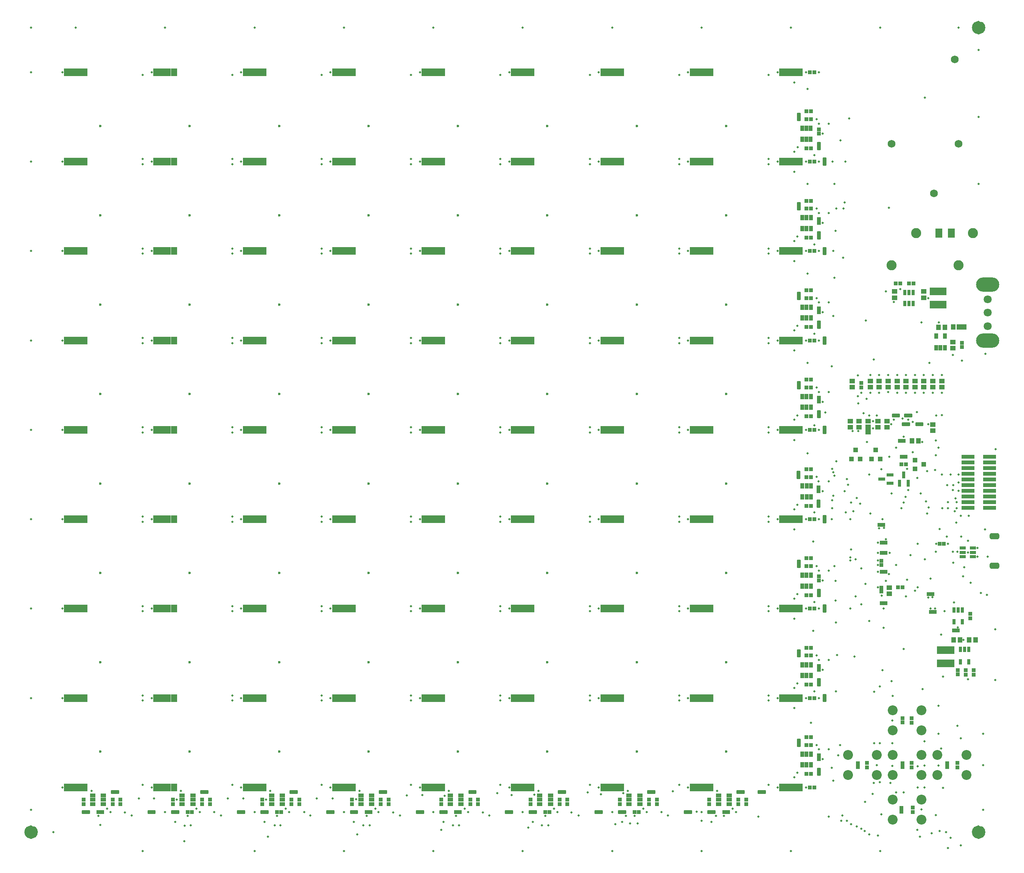
<source format=gbs>
G04 Layer_Color=8150272*
%FSLAX25Y25*%
%MOIN*%
G70*
G01*
G75*
%ADD75C,0.05906*%
%ADD87C,0.08674*%
G04:AMPARAMS|DCode=88|XSize=86.74mil|YSize=55.24mil|CornerRadius=18.17mil|HoleSize=0mil|Usage=FLASHONLY|Rotation=180.000|XOffset=0mil|YOffset=0mil|HoleType=Round|Shape=RoundedRectangle|*
%AMROUNDEDRECTD88*
21,1,0.08674,0.01890,0,0,180.0*
21,1,0.05039,0.05524,0,0,180.0*
1,1,0.03635,-0.02520,0.00945*
1,1,0.03635,0.02520,0.00945*
1,1,0.03635,0.02520,-0.00945*
1,1,0.03635,-0.02520,-0.00945*
%
%ADD88ROUNDEDRECTD88*%
%ADD89O,0.20485X0.12611*%
%ADD90C,0.07099*%
%ADD91C,0.06800*%
%ADD92C,0.08871*%
%ADD93R,0.10000X0.07000*%
%ADD94R,0.02362X0.03543*%
%ADD95R,0.03543X0.02362*%
%ADD96R,0.05131X0.03359*%
%ADD97R,0.05524X0.07099*%
%ADD98R,0.03477X0.03320*%
%ADD99R,0.03359X0.03359*%
G04:AMPARAMS|DCode=100|XSize=31.62mil|YSize=35.56mil|CornerRadius=5.77mil|HoleSize=0mil|Usage=FLASHONLY|Rotation=0.000|XOffset=0mil|YOffset=0mil|HoleType=Round|Shape=RoundedRectangle|*
%AMROUNDEDRECTD100*
21,1,0.03162,0.02402,0,0,0.0*
21,1,0.02008,0.03556,0,0,0.0*
1,1,0.01154,0.01004,-0.01201*
1,1,0.01154,-0.01004,-0.01201*
1,1,0.01154,-0.01004,0.01201*
1,1,0.01154,0.01004,0.01201*
%
%ADD100ROUNDEDRECTD100*%
%ADD101R,0.03320X0.03477*%
G04:AMPARAMS|DCode=102|XSize=31.62mil|YSize=35.56mil|CornerRadius=5.77mil|HoleSize=0mil|Usage=FLASHONLY|Rotation=90.000|XOffset=0mil|YOffset=0mil|HoleType=Round|Shape=RoundedRectangle|*
%AMROUNDEDRECTD102*
21,1,0.03162,0.02402,0,0,90.0*
21,1,0.02008,0.03556,0,0,90.0*
1,1,0.01154,0.01201,0.01004*
1,1,0.01154,0.01201,-0.01004*
1,1,0.01154,-0.01201,-0.01004*
1,1,0.01154,-0.01201,0.01004*
%
%ADD102ROUNDEDRECTD102*%
%ADD103R,0.03359X0.03359*%
%ADD104R,0.03359X0.05131*%
%ADD105R,0.11800X0.03700*%
%ADD106R,0.03950X0.04343*%
%ADD107R,0.03162X0.05918*%
%ADD108R,0.04343X0.03950*%
%ADD109R,0.05918X0.03162*%
%ADD110R,0.04540X0.03950*%
%ADD111R,0.04737X0.03950*%
%ADD112R,0.05131X0.08674*%
%ADD113R,0.03950X0.04540*%
%ADD114R,0.05524X0.03162*%
%ADD115R,0.03162X0.05131*%
%ADD116R,0.03162X0.04737*%
%ADD117R,0.15367X0.06706*%
%ADD118R,0.05918X0.07887*%
%ADD119R,0.14973X0.06706*%
%ADD120R,0.03398X0.04737*%
%ADD121R,0.08674X0.05131*%
%ADD122R,0.03950X0.04737*%
%ADD123C,0.01969*%
%ADD124C,0.02362*%
D75*
X102953Y100000D02*
G03*
X102953Y100000I-2953J0D01*
G01*
X937598D02*
G03*
X937598Y100000I-2953J0D01*
G01*
Y808661D02*
G03*
X937598Y808661I-2953J0D01*
G01*
D87*
X884449Y189567D02*
D03*
X858858D02*
D03*
Y207283D02*
D03*
X884449D02*
D03*
X845079Y150197D02*
D03*
X819488D02*
D03*
Y167913D02*
D03*
X845079D02*
D03*
X884449Y150197D02*
D03*
X858858D02*
D03*
Y167913D02*
D03*
X884449D02*
D03*
X923819Y150197D02*
D03*
X898228D02*
D03*
Y167913D02*
D03*
X923819D02*
D03*
X858858Y128543D02*
D03*
X884449D02*
D03*
Y110827D02*
D03*
X858858D02*
D03*
D88*
X948622Y360728D02*
D03*
Y334744D02*
D03*
D89*
X942520Y582185D02*
D03*
Y532972D02*
D03*
D90*
Y569390D02*
D03*
Y557579D02*
D03*
Y545768D02*
D03*
D91*
X895276Y662657D02*
D03*
X913780Y780650D02*
D03*
X916909Y706299D02*
D03*
X857894D02*
D03*
D92*
X929528Y627559D02*
D03*
X879528D02*
D03*
X916909Y599291D02*
D03*
X857894D02*
D03*
D93*
X296850Y611811D02*
D03*
X218110D02*
D03*
X139370D02*
D03*
X296850Y690551D02*
D03*
X218110D02*
D03*
X139370D02*
D03*
X690551Y218110D02*
D03*
X611811D02*
D03*
X533071D02*
D03*
X454331D02*
D03*
X375590D02*
D03*
X296850D02*
D03*
X218110D02*
D03*
X139370D02*
D03*
X690551Y296850D02*
D03*
X611811D02*
D03*
X533071D02*
D03*
X454331D02*
D03*
X375590D02*
D03*
X296850D02*
D03*
X218110D02*
D03*
X139370D02*
D03*
X690551Y375590D02*
D03*
X611811D02*
D03*
X533071D02*
D03*
X454331D02*
D03*
X375590D02*
D03*
X296850D02*
D03*
X218110D02*
D03*
X139370D02*
D03*
X690551Y454331D02*
D03*
X611811D02*
D03*
X533071D02*
D03*
X454331D02*
D03*
X375590D02*
D03*
X296850D02*
D03*
X218110D02*
D03*
X139370D02*
D03*
X690551Y533071D02*
D03*
X611811D02*
D03*
X533071D02*
D03*
X454331D02*
D03*
X375590D02*
D03*
X296850D02*
D03*
X218110D02*
D03*
X139370D02*
D03*
X690551Y611811D02*
D03*
X611811D02*
D03*
X533071D02*
D03*
X454331D02*
D03*
X375590D02*
D03*
X690551Y690551D02*
D03*
X611811D02*
D03*
X533071D02*
D03*
X454331D02*
D03*
X375590D02*
D03*
X690551Y139370D02*
D03*
X611811D02*
D03*
X533071D02*
D03*
X454331D02*
D03*
X375590D02*
D03*
X296850D02*
D03*
X218110D02*
D03*
X139370D02*
D03*
X769291D02*
D03*
Y690551D02*
D03*
Y611811D02*
D03*
Y533071D02*
D03*
Y454331D02*
D03*
Y375590D02*
D03*
Y296850D02*
D03*
Y218110D02*
D03*
Y769291D02*
D03*
X690551D02*
D03*
X611811D02*
D03*
X533071D02*
D03*
X454331D02*
D03*
X375590D02*
D03*
X296850D02*
D03*
X218110D02*
D03*
X139370D02*
D03*
D94*
X363386Y117717D02*
D03*
X442323D02*
D03*
X520866D02*
D03*
X678346D02*
D03*
X743898Y135433D02*
D03*
X173622Y135433D02*
D03*
X331102Y135433D02*
D03*
X148425Y117717D02*
D03*
X227165Y117717D02*
D03*
X646063Y135433D02*
D03*
X620866Y117717D02*
D03*
X463386Y117717D02*
D03*
X567323Y135433D02*
D03*
X205906Y117717D02*
D03*
X252362Y135433D02*
D03*
X284646Y117717D02*
D03*
X305906Y117717D02*
D03*
X409843Y135433D02*
D03*
X384646Y117717D02*
D03*
X488583Y135433D02*
D03*
X542126Y117717D02*
D03*
X599803Y117717D02*
D03*
X699606Y117717D02*
D03*
X724803Y135433D02*
D03*
X862008Y467126D02*
D03*
X870472Y459252D02*
D03*
X882283D02*
D03*
X872835Y467126D02*
D03*
D95*
X798819Y375394D02*
D03*
Y296654D02*
D03*
X793898Y153346D02*
D03*
Y232087D02*
D03*
X793898Y310827D02*
D03*
X793701Y389370D02*
D03*
X775984Y414567D02*
D03*
X776181Y336024D02*
D03*
X776181Y257283D02*
D03*
X798819Y217913D02*
D03*
X776181Y178543D02*
D03*
X798819Y690354D02*
D03*
Y611614D02*
D03*
Y532874D02*
D03*
X798819Y454134D02*
D03*
X776181Y650984D02*
D03*
X776181Y729724D02*
D03*
X793898Y625787D02*
D03*
X793898Y704528D02*
D03*
X793898Y547047D02*
D03*
X776181Y572244D02*
D03*
X793898Y468307D02*
D03*
X776181Y493504D02*
D03*
D96*
X557480Y124803D02*
D03*
Y128543D02*
D03*
Y132283D02*
D03*
X548032D02*
D03*
Y128543D02*
D03*
Y124803D02*
D03*
X469291Y124803D02*
D03*
Y128543D02*
D03*
Y132283D02*
D03*
X478740D02*
D03*
Y128543D02*
D03*
Y124803D02*
D03*
X390551D02*
D03*
Y128543D02*
D03*
Y132283D02*
D03*
X400000D02*
D03*
Y128543D02*
D03*
Y124803D02*
D03*
X154331D02*
D03*
Y128543D02*
D03*
Y132283D02*
D03*
X163779D02*
D03*
Y128543D02*
D03*
Y124803D02*
D03*
X233071Y124803D02*
D03*
Y128543D02*
D03*
Y132283D02*
D03*
X242520D02*
D03*
Y128543D02*
D03*
Y124803D02*
D03*
X311811Y124803D02*
D03*
Y128543D02*
D03*
Y132283D02*
D03*
X321260D02*
D03*
Y128543D02*
D03*
Y124803D02*
D03*
X626772Y124803D02*
D03*
Y128543D02*
D03*
Y132283D02*
D03*
X636221D02*
D03*
Y128543D02*
D03*
Y124803D02*
D03*
X705512Y124803D02*
D03*
Y128543D02*
D03*
Y132283D02*
D03*
X714961D02*
D03*
Y128543D02*
D03*
Y124803D02*
D03*
D97*
X289173Y611811D02*
D03*
X304528D02*
D03*
X210433D02*
D03*
X225787D02*
D03*
X131693D02*
D03*
X147047D02*
D03*
X289173Y690551D02*
D03*
X304528D02*
D03*
X210433D02*
D03*
X225787D02*
D03*
X131693D02*
D03*
X147047D02*
D03*
X682874Y218110D02*
D03*
X698228D02*
D03*
X604134D02*
D03*
X619488D02*
D03*
X525394D02*
D03*
X540748D02*
D03*
X446654D02*
D03*
X462008D02*
D03*
X367913D02*
D03*
X383268D02*
D03*
X289173D02*
D03*
X304528D02*
D03*
X210433D02*
D03*
X225787D02*
D03*
X131693D02*
D03*
X147047D02*
D03*
X682874Y296850D02*
D03*
X698228D02*
D03*
X604134D02*
D03*
X619488D02*
D03*
X525394D02*
D03*
X540748D02*
D03*
X446654D02*
D03*
X462008D02*
D03*
X367913D02*
D03*
X383268D02*
D03*
X289173D02*
D03*
X304528D02*
D03*
X210433D02*
D03*
X225787D02*
D03*
X131693D02*
D03*
X147047D02*
D03*
X682874Y375590D02*
D03*
X698228D02*
D03*
X604134D02*
D03*
X619488D02*
D03*
X525394D02*
D03*
X540748D02*
D03*
X446654D02*
D03*
X462008D02*
D03*
X367913D02*
D03*
X383268D02*
D03*
X289173D02*
D03*
X304528D02*
D03*
X210433D02*
D03*
X225787D02*
D03*
X131693D02*
D03*
X147047D02*
D03*
X682874Y454331D02*
D03*
X698228D02*
D03*
X604134D02*
D03*
X619488D02*
D03*
X525394D02*
D03*
X540748D02*
D03*
X446654D02*
D03*
X462008D02*
D03*
X367913D02*
D03*
X383268D02*
D03*
X289173D02*
D03*
X304528D02*
D03*
X210433D02*
D03*
X225787D02*
D03*
X131693D02*
D03*
X147047D02*
D03*
X682874Y533071D02*
D03*
X698228D02*
D03*
X604134D02*
D03*
X619488D02*
D03*
X525394D02*
D03*
X540748D02*
D03*
X446654D02*
D03*
X462008D02*
D03*
X367913D02*
D03*
X383268D02*
D03*
X289173D02*
D03*
X304528D02*
D03*
X210433D02*
D03*
X225787D02*
D03*
X131693D02*
D03*
X147047D02*
D03*
X682874Y611811D02*
D03*
X698228D02*
D03*
X604134D02*
D03*
X619488D02*
D03*
X525394D02*
D03*
X540748D02*
D03*
X446654D02*
D03*
X462008D02*
D03*
X367913D02*
D03*
X383268D02*
D03*
X682874Y690551D02*
D03*
X698228D02*
D03*
X604134D02*
D03*
X619488D02*
D03*
X525394D02*
D03*
X540748D02*
D03*
X446654D02*
D03*
X462008D02*
D03*
X367913D02*
D03*
X383268D02*
D03*
X682874Y139370D02*
D03*
X698228D02*
D03*
X604134D02*
D03*
X619488D02*
D03*
X525394D02*
D03*
X540748D02*
D03*
X446654D02*
D03*
X462008D02*
D03*
X367913D02*
D03*
X383268D02*
D03*
X289173D02*
D03*
X304528D02*
D03*
X210433D02*
D03*
X225787D02*
D03*
X131693D02*
D03*
X147047D02*
D03*
X761614D02*
D03*
X776968D02*
D03*
X761614Y690551D02*
D03*
X776968D02*
D03*
X761614Y611811D02*
D03*
X776968D02*
D03*
X761614Y533071D02*
D03*
X776968D02*
D03*
X761614Y454331D02*
D03*
X776968D02*
D03*
X761614Y375590D02*
D03*
X776968D02*
D03*
X761614Y296850D02*
D03*
X776968D02*
D03*
X761614Y218110D02*
D03*
X776968D02*
D03*
X761614Y769291D02*
D03*
X776968D02*
D03*
X682874D02*
D03*
X698228D02*
D03*
X604134D02*
D03*
X619488D02*
D03*
X525394D02*
D03*
X540748D02*
D03*
X446654D02*
D03*
X462008D02*
D03*
X367913D02*
D03*
X383268D02*
D03*
X289173D02*
D03*
X304528D02*
D03*
X210433D02*
D03*
X225787D02*
D03*
X131693D02*
D03*
X147047D02*
D03*
D98*
X241496Y117717D02*
D03*
X238032D02*
D03*
X320236Y117717D02*
D03*
X316772D02*
D03*
X398976D02*
D03*
X395512D02*
D03*
X635197D02*
D03*
X631732D02*
D03*
X713937D02*
D03*
X710472D02*
D03*
X552992Y117717D02*
D03*
X556457D02*
D03*
X162756Y117717D02*
D03*
X159291D02*
D03*
X477716D02*
D03*
X474252D02*
D03*
X868661Y444488D02*
D03*
X865197D02*
D03*
X847283Y370669D02*
D03*
X850748D02*
D03*
X900433Y353937D02*
D03*
X903898D02*
D03*
X896024Y293898D02*
D03*
X892559D02*
D03*
X852717Y301772D02*
D03*
X849252D02*
D03*
X849252Y346063D02*
D03*
X852717D02*
D03*
X912865Y277585D02*
D03*
X916330D02*
D03*
X890590Y309646D02*
D03*
X894055D02*
D03*
X866969Y430709D02*
D03*
X870433D02*
D03*
X849252Y329331D02*
D03*
X852717D02*
D03*
X852717Y354921D02*
D03*
X849252D02*
D03*
D99*
X250590Y128543D02*
D03*
Y124606D02*
D03*
X225000Y124606D02*
D03*
Y128543D02*
D03*
X493701D02*
D03*
Y124606D02*
D03*
X486811Y128543D02*
D03*
Y124606D02*
D03*
X146260Y124606D02*
D03*
Y128543D02*
D03*
X171850Y128543D02*
D03*
Y124606D02*
D03*
X178740Y128543D02*
D03*
Y124606D02*
D03*
X257480Y128543D02*
D03*
Y124606D02*
D03*
X303740Y124606D02*
D03*
Y128543D02*
D03*
X329331Y128543D02*
D03*
Y124606D02*
D03*
X336221Y128543D02*
D03*
Y124606D02*
D03*
X414961Y128543D02*
D03*
Y124606D02*
D03*
X408071Y128543D02*
D03*
Y124606D02*
D03*
X382480Y124606D02*
D03*
Y128543D02*
D03*
X461221Y124606D02*
D03*
Y128543D02*
D03*
X539961D02*
D03*
Y124606D02*
D03*
X572441Y124606D02*
D03*
Y128543D02*
D03*
X565551Y124606D02*
D03*
Y128543D02*
D03*
X618701Y124606D02*
D03*
Y128543D02*
D03*
X651181Y128543D02*
D03*
Y124606D02*
D03*
X644291Y128543D02*
D03*
Y124606D02*
D03*
X697441Y124606D02*
D03*
Y128543D02*
D03*
X729921Y128543D02*
D03*
Y124606D02*
D03*
X723032Y128543D02*
D03*
Y124606D02*
D03*
X923259Y238805D02*
D03*
Y242742D02*
D03*
X930149Y242742D02*
D03*
Y238805D02*
D03*
X915945Y157087D02*
D03*
Y161024D02*
D03*
X875591Y196457D02*
D03*
Y200394D02*
D03*
Y157087D02*
D03*
Y161024D02*
D03*
X836220Y157087D02*
D03*
Y161024D02*
D03*
X876575Y121653D02*
D03*
Y117717D02*
D03*
X927393Y292349D02*
D03*
Y288412D02*
D03*
X919882Y531102D02*
D03*
Y527165D02*
D03*
X831299Y495669D02*
D03*
Y491732D02*
D03*
D100*
X365551Y117717D02*
D03*
X361614D02*
D03*
X444488D02*
D03*
X440551D02*
D03*
X523032D02*
D03*
X519095D02*
D03*
X680512D02*
D03*
X676575D02*
D03*
X741732Y135433D02*
D03*
X745669D02*
D03*
X175787Y135433D02*
D03*
X171850D02*
D03*
X333268D02*
D03*
X329331D02*
D03*
X146260Y117717D02*
D03*
X150197D02*
D03*
X225000Y117717D02*
D03*
X228937D02*
D03*
X648228Y135433D02*
D03*
X644291D02*
D03*
X618701Y117717D02*
D03*
X622638D02*
D03*
X461221D02*
D03*
X465158D02*
D03*
X565551Y135433D02*
D03*
X569488D02*
D03*
X208071Y117717D02*
D03*
X204134D02*
D03*
X254528Y135433D02*
D03*
X250590D02*
D03*
X286811Y117717D02*
D03*
X282874D02*
D03*
X303740D02*
D03*
X307677D02*
D03*
X412008Y135433D02*
D03*
X408071D02*
D03*
X382480Y117717D02*
D03*
X386417D02*
D03*
X490748Y135433D02*
D03*
X486811D02*
D03*
X543898Y117717D02*
D03*
X539961D02*
D03*
X601968Y117717D02*
D03*
X598032D02*
D03*
X697441D02*
D03*
X701378D02*
D03*
X726968Y135433D02*
D03*
X723032D02*
D03*
X859842Y467126D02*
D03*
X863780D02*
D03*
X872638Y459252D02*
D03*
X868701D02*
D03*
X884449D02*
D03*
X880512D02*
D03*
X870669Y467126D02*
D03*
X874606D02*
D03*
D101*
X849016Y335472D02*
D03*
Y338937D02*
D03*
X916369Y242506D02*
D03*
Y239042D02*
D03*
X867717Y196693D02*
D03*
Y200157D02*
D03*
X828347Y157323D02*
D03*
Y160787D02*
D03*
X867717Y157323D02*
D03*
Y160787D02*
D03*
X907087Y157323D02*
D03*
Y160787D02*
D03*
X866732Y121417D02*
D03*
Y117953D02*
D03*
X849016Y315315D02*
D03*
Y311850D02*
D03*
X793701Y403701D02*
D03*
Y400236D02*
D03*
X793898Y325157D02*
D03*
Y321693D02*
D03*
X793898Y246417D02*
D03*
Y242953D02*
D03*
X793898Y167677D02*
D03*
Y164213D02*
D03*
X793898Y718858D02*
D03*
Y715394D02*
D03*
X793898Y640118D02*
D03*
Y636654D02*
D03*
Y561378D02*
D03*
Y557913D02*
D03*
Y482638D02*
D03*
Y479173D02*
D03*
D102*
X798819Y377559D02*
D03*
Y373622D02*
D03*
Y298819D02*
D03*
Y294882D02*
D03*
X793898Y151181D02*
D03*
Y155118D02*
D03*
X793898Y229921D02*
D03*
Y233858D02*
D03*
X793898Y308661D02*
D03*
Y312598D02*
D03*
X793701Y387205D02*
D03*
Y391142D02*
D03*
X775984Y416732D02*
D03*
Y412795D02*
D03*
X776181Y338189D02*
D03*
Y334252D02*
D03*
X776181Y259449D02*
D03*
Y255512D02*
D03*
X798819Y220079D02*
D03*
Y216142D02*
D03*
X776181Y180709D02*
D03*
Y176772D02*
D03*
X798819Y692520D02*
D03*
Y688583D02*
D03*
Y613779D02*
D03*
Y609842D02*
D03*
Y535039D02*
D03*
Y531102D02*
D03*
Y456299D02*
D03*
Y452362D02*
D03*
X776181Y653150D02*
D03*
Y649213D02*
D03*
X776181Y731890D02*
D03*
Y727953D02*
D03*
X793898Y623622D02*
D03*
Y627559D02*
D03*
X793898Y702362D02*
D03*
Y706299D02*
D03*
X793898Y544882D02*
D03*
Y548819D02*
D03*
X776181Y574409D02*
D03*
Y570472D02*
D03*
X793898Y466142D02*
D03*
Y470079D02*
D03*
X776181Y495669D02*
D03*
Y491732D02*
D03*
D103*
X786024Y375590D02*
D03*
X789961D02*
D03*
X786811Y387205D02*
D03*
X782874D02*
D03*
X782874Y412795D02*
D03*
X786811D02*
D03*
X782874Y419685D02*
D03*
X786811D02*
D03*
X786024Y296850D02*
D03*
X789961D02*
D03*
X787008Y308661D02*
D03*
X783071D02*
D03*
X783071Y334252D02*
D03*
X787008D02*
D03*
X783071Y341142D02*
D03*
X787008D02*
D03*
X783071Y255512D02*
D03*
X787008D02*
D03*
X783071Y262402D02*
D03*
X787008D02*
D03*
X787008Y229921D02*
D03*
X783071D02*
D03*
X786024Y218110D02*
D03*
X789961D02*
D03*
X786024Y139370D02*
D03*
X789961D02*
D03*
X787008Y151181D02*
D03*
X783071D02*
D03*
X783071Y176772D02*
D03*
X787008D02*
D03*
X783071Y183661D02*
D03*
X787008D02*
D03*
X870669Y423819D02*
D03*
X866732D02*
D03*
X863780Y315551D02*
D03*
X867717D02*
D03*
X786024Y769291D02*
D03*
X789961D02*
D03*
X783071Y734842D02*
D03*
X787008D02*
D03*
X783071Y727953D02*
D03*
X787008D02*
D03*
X787008Y702362D02*
D03*
X783071D02*
D03*
X786024Y690551D02*
D03*
X789961D02*
D03*
X787008Y623622D02*
D03*
X783071D02*
D03*
X786024Y611811D02*
D03*
X789961D02*
D03*
X783071Y649213D02*
D03*
X787008D02*
D03*
X783071Y656102D02*
D03*
X787008D02*
D03*
X786024Y533071D02*
D03*
X789961D02*
D03*
X787008Y544882D02*
D03*
X783071D02*
D03*
X783071Y570472D02*
D03*
X787008D02*
D03*
X783071Y577362D02*
D03*
X787008D02*
D03*
X786024Y454331D02*
D03*
X789961D02*
D03*
X787008Y466142D02*
D03*
X783071D02*
D03*
X783071Y491732D02*
D03*
X787008D02*
D03*
X783071Y498622D02*
D03*
X787008D02*
D03*
X877270Y583280D02*
D03*
X873333D02*
D03*
X865459D02*
D03*
X861522D02*
D03*
D104*
X786909Y395374D02*
D03*
X783169D02*
D03*
X779429D02*
D03*
Y404823D02*
D03*
X783169D02*
D03*
X786909D02*
D03*
X786811Y316732D02*
D03*
X783071D02*
D03*
X779331D02*
D03*
Y326181D02*
D03*
X783071D02*
D03*
X786811D02*
D03*
X786811Y237992D02*
D03*
X783071D02*
D03*
X779331D02*
D03*
Y247441D02*
D03*
X783071D02*
D03*
X786811D02*
D03*
X786811Y159252D02*
D03*
X783071D02*
D03*
X779331D02*
D03*
Y168701D02*
D03*
X783071D02*
D03*
X786811D02*
D03*
X786713Y710433D02*
D03*
X782972D02*
D03*
X779232D02*
D03*
Y719882D02*
D03*
X782972D02*
D03*
X786713D02*
D03*
X786811Y631693D02*
D03*
X783071D02*
D03*
X779331D02*
D03*
Y641142D02*
D03*
X783071D02*
D03*
X786811D02*
D03*
Y552953D02*
D03*
X783071D02*
D03*
X779331D02*
D03*
Y562402D02*
D03*
X783071D02*
D03*
X786811D02*
D03*
Y474213D02*
D03*
X783071D02*
D03*
X779331D02*
D03*
Y483661D02*
D03*
X783071D02*
D03*
X786811D02*
D03*
D105*
X944146Y430571D02*
D03*
Y425571D02*
D03*
Y420571D02*
D03*
Y410571D02*
D03*
Y405571D02*
D03*
Y400571D02*
D03*
Y395571D02*
D03*
Y390571D02*
D03*
Y385571D02*
D03*
X925146D02*
D03*
Y390571D02*
D03*
Y395571D02*
D03*
Y400571D02*
D03*
Y405571D02*
D03*
Y410571D02*
D03*
Y415571D02*
D03*
Y420571D02*
D03*
Y425571D02*
D03*
Y430571D02*
D03*
X944146Y415571D02*
D03*
D106*
X826378Y436614D02*
D03*
X822638Y428740D02*
D03*
X830118D02*
D03*
X844094Y436614D02*
D03*
X840354Y428740D02*
D03*
X847835D02*
D03*
D107*
X868701Y414803D02*
D03*
X864921Y407244D02*
D03*
X872480D02*
D03*
D108*
X886417Y423819D02*
D03*
X878543Y427559D02*
D03*
Y420079D02*
D03*
D109*
X849173Y411024D02*
D03*
X856732Y407244D02*
D03*
Y414803D02*
D03*
D110*
X821457Y462008D02*
D03*
Y456496D02*
D03*
X829331Y462008D02*
D03*
Y456496D02*
D03*
X853937Y462008D02*
D03*
Y456496D02*
D03*
X846063Y462008D02*
D03*
Y456496D02*
D03*
X894291Y459055D02*
D03*
Y453543D02*
D03*
X855906Y309842D02*
D03*
Y315354D02*
D03*
X886128Y570682D02*
D03*
Y576194D02*
D03*
X860538Y570682D02*
D03*
Y576194D02*
D03*
X912008Y531693D02*
D03*
Y526181D02*
D03*
X902165Y491929D02*
D03*
Y497441D02*
D03*
X894291Y491929D02*
D03*
Y497441D02*
D03*
X886417Y491929D02*
D03*
Y497441D02*
D03*
X878543Y491929D02*
D03*
Y497441D02*
D03*
X870669Y497441D02*
D03*
Y491929D02*
D03*
X862795Y497441D02*
D03*
Y491929D02*
D03*
X854921Y497441D02*
D03*
Y491929D02*
D03*
X847047Y497441D02*
D03*
Y491929D02*
D03*
X839173Y497441D02*
D03*
Y491929D02*
D03*
X823425Y497441D02*
D03*
Y491929D02*
D03*
D111*
X837205Y462008D02*
D03*
D112*
Y454528D02*
D03*
D113*
X881496Y444488D02*
D03*
X875984D02*
D03*
X926409Y269317D02*
D03*
X931921D02*
D03*
X918141Y269317D02*
D03*
X912629D02*
D03*
X899409Y544685D02*
D03*
X904921D02*
D03*
D114*
X929724Y342717D02*
D03*
Y346457D02*
D03*
Y350197D02*
D03*
X920669D02*
D03*
Y346457D02*
D03*
Y342717D02*
D03*
D115*
X912826Y295498D02*
D03*
X916566D02*
D03*
X920306D02*
D03*
Y285262D02*
D03*
X912826D02*
D03*
X877073Y565761D02*
D03*
X873333D02*
D03*
X869593D02*
D03*
Y575210D02*
D03*
X873333D02*
D03*
X877073D02*
D03*
D116*
X918535Y250124D02*
D03*
X926015D02*
D03*
Y260951D02*
D03*
X922275D02*
D03*
X918535D02*
D03*
D117*
X905543Y260459D02*
D03*
Y248648D02*
D03*
D118*
X899606Y627559D02*
D03*
X910630D02*
D03*
D119*
X898924Y564579D02*
D03*
Y576391D02*
D03*
D120*
X897369Y536836D02*
D03*
X904850Y526600D02*
D03*
X901109D02*
D03*
X897369D02*
D03*
X904850Y536836D02*
D03*
D121*
X919685Y544882D02*
D03*
D122*
X912205D02*
D03*
D123*
X799606Y469685D02*
D03*
X805512Y385433D02*
D03*
X805118Y156693D02*
D03*
X811024Y167717D02*
D03*
X809055Y224016D02*
D03*
X809842Y255906D02*
D03*
X809055Y284646D02*
D03*
X808661Y303937D02*
D03*
X835039Y318504D02*
D03*
X808661Y321260D02*
D03*
X805118Y375590D02*
D03*
X806693Y416929D02*
D03*
X805118Y510236D02*
D03*
X806693Y554724D02*
D03*
X807480Y588189D02*
D03*
X808661Y629528D02*
D03*
X816535Y654724D02*
D03*
X807480Y670866D02*
D03*
X812992Y709449D02*
D03*
X880315Y470079D02*
D03*
X949606Y437402D02*
D03*
X925197Y346457D02*
D03*
X703150Y114173D02*
D03*
X624016D02*
D03*
X627559Y107480D02*
D03*
X550000Y105905D02*
D03*
X471654D02*
D03*
X392520D02*
D03*
X314567D02*
D03*
X235433Y105512D02*
D03*
X855512Y650000D02*
D03*
X887402Y746850D02*
D03*
X820472Y728740D02*
D03*
X828740Y477559D02*
D03*
X835827Y481496D02*
D03*
X907677Y85827D02*
D03*
X782677Y769291D02*
D03*
X775197Y703346D02*
D03*
X782677Y690551D02*
D03*
X774803Y624606D02*
D03*
X782677Y611811D02*
D03*
X774803Y545866D02*
D03*
X782677Y533071D02*
D03*
X774803Y467126D02*
D03*
X782677Y454331D02*
D03*
X774803Y388386D02*
D03*
X782677Y375590D02*
D03*
X774803Y309646D02*
D03*
X782677Y296850D02*
D03*
X774803Y230906D02*
D03*
X782677Y218110D02*
D03*
X774803Y152165D02*
D03*
X782677Y139370D02*
D03*
X940158Y366535D02*
D03*
X859842Y566929D02*
D03*
X890158Y570472D02*
D03*
X899606Y548819D02*
D03*
X828347Y502362D02*
D03*
X828740Y453150D02*
D03*
X823622D02*
D03*
X841732Y455512D02*
D03*
X857480Y459449D02*
D03*
X885039Y443701D02*
D03*
X904724Y294488D02*
D03*
X847638Y144095D02*
D03*
X857087Y143307D02*
D03*
X899213Y158661D02*
D03*
X901575Y173622D02*
D03*
X903150Y138976D02*
D03*
X896850Y114961D02*
D03*
X883071Y96063D02*
D03*
X884252Y120079D02*
D03*
X881102Y139370D02*
D03*
Y157874D02*
D03*
X916142Y280315D02*
D03*
X892126Y296850D02*
D03*
X855512Y327165D02*
D03*
X856299Y346063D02*
D03*
X907480Y353937D02*
D03*
X894094Y307087D02*
D03*
X849213Y308268D02*
D03*
X846063Y339370D02*
D03*
Y355118D02*
D03*
X851181Y368110D02*
D03*
X921260Y269291D02*
D03*
X912992Y302362D02*
D03*
X901575Y274016D02*
D03*
X949213Y233858D02*
D03*
Y278740D02*
D03*
X912205Y337402D02*
D03*
X906693Y360236D02*
D03*
X925197Y356693D02*
D03*
X655118Y117717D02*
D03*
X575984Y117323D02*
D03*
X498032D02*
D03*
X418898D02*
D03*
X340551Y117717D02*
D03*
X261417D02*
D03*
X182677Y117323D02*
D03*
X621654Y134252D02*
D03*
X590158Y135039D02*
D03*
X543307Y133071D02*
D03*
X510630Y134252D02*
D03*
X464173Y131890D02*
D03*
X431102Y132283D02*
D03*
X386221Y129134D02*
D03*
X351575Y129528D02*
D03*
X307087Y128740D02*
D03*
X273228Y129528D02*
D03*
X228346Y128740D02*
D03*
X194882Y129528D02*
D03*
X896850Y444882D02*
D03*
Y431890D02*
D03*
X918898Y378740D02*
D03*
X913780Y382677D02*
D03*
X925984Y378740D02*
D03*
X900394Y366929D02*
D03*
X896850Y346850D02*
D03*
X887008Y179921D02*
D03*
Y158661D02*
D03*
Y139370D02*
D03*
X665354Y135827D02*
D03*
X861811Y135039D02*
D03*
X868504D02*
D03*
X834646Y126772D02*
D03*
X844882Y159055D02*
D03*
X858661Y158268D02*
D03*
Y178347D02*
D03*
Y198425D02*
D03*
X842520Y178347D02*
D03*
X847638D02*
D03*
Y228346D02*
D03*
X842520Y223622D02*
D03*
X850000Y242717D02*
D03*
X850984Y280118D02*
D03*
X816535Y400197D02*
D03*
X822441Y390354D02*
D03*
X817520Y381496D02*
D03*
X822441Y349016D02*
D03*
X865748Y578346D02*
D03*
X871653Y419882D02*
D03*
X916929Y408071D02*
D03*
X912008Y401181D02*
D03*
X825394Y254528D02*
D03*
X838189Y286024D02*
D03*
X852953Y321457D02*
D03*
X870669Y307677D02*
D03*
X892323Y323425D02*
D03*
X887402Y340158D02*
D03*
X874606Y344094D02*
D03*
X871653Y322441D02*
D03*
X861811Y335236D02*
D03*
X839173Y380512D02*
D03*
X880512Y412008D02*
D03*
X876575Y434646D02*
D03*
X836220Y443504D02*
D03*
X855906Y430709D02*
D03*
X838189Y414961D02*
D03*
X842126Y516339D02*
D03*
X884449Y548819D02*
D03*
X891339Y513386D02*
D03*
X835236Y550787D02*
D03*
X784055Y754528D02*
D03*
Y670866D02*
D03*
Y592126D02*
D03*
Y513386D02*
D03*
Y433661D02*
D03*
X788976Y355906D02*
D03*
Y277165D02*
D03*
X787008Y196457D02*
D03*
X806693Y145276D02*
D03*
X802756Y113779D02*
D03*
X740748D02*
D03*
X849016Y115748D02*
D03*
X848032Y83268D02*
D03*
X769291D02*
D03*
X690551D02*
D03*
X611811D02*
D03*
X533071D02*
D03*
X454331D02*
D03*
X375590D02*
D03*
X296850D02*
D03*
X198425D02*
D03*
X857874Y232874D02*
D03*
X858858Y220079D02*
D03*
X903150Y236811D02*
D03*
X885433Y225984D02*
D03*
X925197Y234646D02*
D03*
X899213Y211221D02*
D03*
X915945Y193504D02*
D03*
X942028Y308858D02*
D03*
X936614Y310630D02*
D03*
X927756Y319488D02*
D03*
X920866Y325394D02*
D03*
X918898Y182677D02*
D03*
X899213Y186614D02*
D03*
X938583D02*
D03*
Y159055D02*
D03*
Y119685D02*
D03*
X918898Y88189D02*
D03*
X934646Y670866D02*
D03*
Y729921D02*
D03*
Y788976D02*
D03*
X916929Y808661D02*
D03*
X848032D02*
D03*
X769291D02*
D03*
X690551D02*
D03*
X611811D02*
D03*
X533071D02*
D03*
X454331D02*
D03*
X375590D02*
D03*
X296850D02*
D03*
X218110D02*
D03*
X139370D02*
D03*
X100000D02*
D03*
Y769291D02*
D03*
Y690551D02*
D03*
Y611811D02*
D03*
Y533071D02*
D03*
Y454331D02*
D03*
Y375590D02*
D03*
Y296850D02*
D03*
Y218110D02*
D03*
Y119685D02*
D03*
X119685Y100000D02*
D03*
X234842Y92126D02*
D03*
X308661Y96063D02*
D03*
X387402Y98032D02*
D03*
X461221Y101969D02*
D03*
X537992Y103937D02*
D03*
X614764Y106890D02*
D03*
X690551Y109843D02*
D03*
X661024Y114764D02*
D03*
X582283D02*
D03*
X503543D02*
D03*
X424803D02*
D03*
X346063D02*
D03*
X267323D02*
D03*
X188583D02*
D03*
X889370Y380512D02*
D03*
X866732Y385433D02*
D03*
X888386Y391339D02*
D03*
X916929Y414961D02*
D03*
X910039D02*
D03*
X902165D02*
D03*
X883465Y398228D02*
D03*
X857874D02*
D03*
X789961Y696457D02*
D03*
Y617717D02*
D03*
Y538976D02*
D03*
Y458268D02*
D03*
Y381496D02*
D03*
Y302756D02*
D03*
Y224016D02*
D03*
X686122Y117913D02*
D03*
X601968Y133465D02*
D03*
X523228Y132480D02*
D03*
X444488D02*
D03*
X365748Y129528D02*
D03*
X287008D02*
D03*
X208268D02*
D03*
X555709Y105905D02*
D03*
X476968D02*
D03*
X398228D02*
D03*
X319488D02*
D03*
X240748D02*
D03*
X161024Y106238D02*
D03*
X797342Y715354D02*
D03*
Y636614D02*
D03*
Y557874D02*
D03*
Y479134D02*
D03*
Y400394D02*
D03*
Y321654D02*
D03*
Y242913D02*
D03*
Y164173D02*
D03*
X710433Y114272D02*
D03*
X631693D02*
D03*
X552953D02*
D03*
X474213D02*
D03*
X395472D02*
D03*
X316732D02*
D03*
X237992D02*
D03*
X159252D02*
D03*
X922047Y333465D02*
D03*
X914173Y394094D02*
D03*
X915354Y385433D02*
D03*
X917106Y400571D02*
D03*
X912205Y405512D02*
D03*
X919291Y360236D02*
D03*
X890551Y385827D02*
D03*
X907480Y390551D02*
D03*
X915374Y390571D02*
D03*
X902756Y385433D02*
D03*
X907480D02*
D03*
X907087Y405512D02*
D03*
X850000Y375590D02*
D03*
X897244Y467126D02*
D03*
X852953Y576194D02*
D03*
X940551Y521260D02*
D03*
X914961Y372638D02*
D03*
X915945Y347047D02*
D03*
X912008D02*
D03*
X846063Y346063D02*
D03*
X868701Y390354D02*
D03*
X870216Y395276D02*
D03*
X872480Y401181D02*
D03*
X896260Y418898D02*
D03*
X889370Y417913D02*
D03*
X919882Y515354D02*
D03*
X912008Y520276D02*
D03*
X821457Y339173D02*
D03*
Y296850D02*
D03*
X899213Y438583D02*
D03*
X861811D02*
D03*
X881102Y315551D02*
D03*
X881102Y353937D02*
D03*
X805906Y690551D02*
D03*
X817323D02*
D03*
X809449Y649213D02*
D03*
X815748D02*
D03*
X806693Y611811D02*
D03*
X815354Y605905D02*
D03*
X809449Y426772D02*
D03*
X805709Y419882D02*
D03*
X827362Y394291D02*
D03*
X847047Y367717D02*
D03*
X818504Y411024D02*
D03*
X819488Y406102D02*
D03*
X807676Y413976D02*
D03*
X806693Y396260D02*
D03*
X830315Y389370D02*
D03*
X824409Y382480D02*
D03*
X805709Y392323D02*
D03*
X821457Y375590D02*
D03*
Y342126D02*
D03*
X807677Y334252D02*
D03*
X826378Y340158D02*
D03*
Y307677D02*
D03*
X831299Y332283D02*
D03*
Y300787D02*
D03*
X910039Y95079D02*
D03*
X906102Y100000D02*
D03*
X846063Y97047D02*
D03*
X838189Y98032D02*
D03*
X900197Y100984D02*
D03*
X893307Y99016D02*
D03*
X880512Y101969D02*
D03*
X868701Y261417D02*
D03*
X878543Y312598D02*
D03*
X812598Y176772D02*
D03*
X834252Y100984D02*
D03*
X831299Y102953D02*
D03*
X827362Y104921D02*
D03*
X822441Y106890D02*
D03*
X818504Y109843D02*
D03*
X813583D02*
D03*
X814567Y114764D02*
D03*
X841142Y133715D02*
D03*
X842126Y143307D02*
D03*
X828347Y483858D02*
D03*
X833268Y468834D02*
D03*
X890354Y459252D02*
D03*
X897244Y353937D02*
D03*
X896260Y296850D02*
D03*
X890354Y306693D02*
D03*
X850984Y296850D02*
D03*
X846063Y315551D02*
D03*
Y329331D02*
D03*
Y335236D02*
D03*
X852953Y357874D02*
D03*
X793898Y330315D02*
D03*
X793701Y408858D02*
D03*
X793898Y172835D02*
D03*
X793898Y724016D02*
D03*
Y251575D02*
D03*
X793898Y645276D02*
D03*
Y566535D02*
D03*
Y487795D02*
D03*
X757480Y769291D02*
D03*
X749606Y767028D02*
D03*
X678740Y769291D02*
D03*
X670866Y767028D02*
D03*
X600000Y769291D02*
D03*
X592126Y767028D02*
D03*
X521260Y769291D02*
D03*
X513386Y767028D02*
D03*
X442520Y769291D02*
D03*
X434646Y767028D02*
D03*
X363779Y769291D02*
D03*
X355906Y767028D02*
D03*
X285039Y769291D02*
D03*
X277165Y767028D02*
D03*
X206299Y769291D02*
D03*
X198425Y767028D02*
D03*
X127559Y769291D02*
D03*
X757480Y690551D02*
D03*
X749606Y688287D02*
D03*
Y692815D02*
D03*
X678740Y690551D02*
D03*
X670866Y688287D02*
D03*
Y692815D02*
D03*
X600000Y690551D02*
D03*
X592126Y688287D02*
D03*
Y692815D02*
D03*
X521260Y690551D02*
D03*
X513386Y688287D02*
D03*
Y692815D02*
D03*
X442520Y690551D02*
D03*
X434646Y688287D02*
D03*
Y692815D02*
D03*
X363779Y690551D02*
D03*
X355906Y688287D02*
D03*
Y692815D02*
D03*
X285039Y690551D02*
D03*
X277165Y688287D02*
D03*
Y692815D02*
D03*
X206299Y690551D02*
D03*
X198425Y688287D02*
D03*
Y692815D02*
D03*
X127559Y690551D02*
D03*
X757480Y611811D02*
D03*
X749606Y609547D02*
D03*
Y614075D02*
D03*
X678740Y611811D02*
D03*
X670866Y609547D02*
D03*
Y614075D02*
D03*
X600000Y611811D02*
D03*
X592126Y609547D02*
D03*
Y614075D02*
D03*
X521260Y611811D02*
D03*
X513386Y609547D02*
D03*
Y614075D02*
D03*
X442520Y611811D02*
D03*
X434646Y609547D02*
D03*
Y614075D02*
D03*
X363779Y611811D02*
D03*
X355906Y609547D02*
D03*
Y614075D02*
D03*
X285039Y611811D02*
D03*
X277165Y609547D02*
D03*
Y614075D02*
D03*
X206299Y611811D02*
D03*
X198425Y609547D02*
D03*
Y614075D02*
D03*
X127559Y611811D02*
D03*
X757480Y533071D02*
D03*
X749606Y530807D02*
D03*
Y535335D02*
D03*
X678740Y533071D02*
D03*
X670866Y530807D02*
D03*
Y535335D02*
D03*
X600000Y533071D02*
D03*
X592126Y530807D02*
D03*
Y535335D02*
D03*
X521260Y533071D02*
D03*
X513386Y530807D02*
D03*
Y535335D02*
D03*
X442520Y533071D02*
D03*
X434646Y530807D02*
D03*
Y535335D02*
D03*
X363779Y533071D02*
D03*
X355906Y530807D02*
D03*
Y535335D02*
D03*
X285039Y533071D02*
D03*
X277165Y530807D02*
D03*
Y535335D02*
D03*
X206299Y533071D02*
D03*
X198425Y530807D02*
D03*
Y535335D02*
D03*
X127559Y533071D02*
D03*
X757480Y454331D02*
D03*
X749606Y452067D02*
D03*
Y456595D02*
D03*
X678740Y454331D02*
D03*
X670866Y452067D02*
D03*
Y456595D02*
D03*
X600000Y454331D02*
D03*
X592126Y452067D02*
D03*
Y456595D02*
D03*
X521260Y454331D02*
D03*
X513386Y452067D02*
D03*
Y456595D02*
D03*
X442520Y454331D02*
D03*
X434646Y452067D02*
D03*
Y456595D02*
D03*
X363779Y454331D02*
D03*
X355906Y452067D02*
D03*
Y456595D02*
D03*
X285039Y454331D02*
D03*
X277165Y452067D02*
D03*
Y456595D02*
D03*
X206299Y454331D02*
D03*
X198425Y452067D02*
D03*
Y456595D02*
D03*
X127559Y454331D02*
D03*
X757480Y375590D02*
D03*
X749606Y373327D02*
D03*
Y377854D02*
D03*
X678740Y375590D02*
D03*
X670866Y373327D02*
D03*
Y377854D02*
D03*
X600000Y375590D02*
D03*
X592126Y373327D02*
D03*
Y377854D02*
D03*
X521260Y375590D02*
D03*
X513386Y373327D02*
D03*
Y377854D02*
D03*
X442520Y375590D02*
D03*
X434646Y373327D02*
D03*
Y377854D02*
D03*
X363779Y375590D02*
D03*
X355906Y373327D02*
D03*
Y377854D02*
D03*
X285039Y375590D02*
D03*
X277165Y373327D02*
D03*
Y377854D02*
D03*
X206299Y375590D02*
D03*
X198425Y373327D02*
D03*
Y377854D02*
D03*
X127559Y375590D02*
D03*
X757480Y296850D02*
D03*
X749606Y294587D02*
D03*
Y299114D02*
D03*
X678740Y296850D02*
D03*
X670866Y294587D02*
D03*
Y299114D02*
D03*
X600000Y296850D02*
D03*
X592126Y294587D02*
D03*
Y299114D02*
D03*
X521260Y296850D02*
D03*
X513386Y294587D02*
D03*
Y299114D02*
D03*
X442520Y296850D02*
D03*
X434646Y294587D02*
D03*
Y299114D02*
D03*
X363779Y296850D02*
D03*
X355906Y294587D02*
D03*
Y299114D02*
D03*
X285039Y296850D02*
D03*
X277165Y294587D02*
D03*
Y299114D02*
D03*
X206299Y296850D02*
D03*
X198425Y294587D02*
D03*
Y299114D02*
D03*
X127559Y296850D02*
D03*
X757480Y218110D02*
D03*
X749606Y215846D02*
D03*
Y220374D02*
D03*
X678740Y218110D02*
D03*
X670866Y215846D02*
D03*
Y220374D02*
D03*
X600000Y218110D02*
D03*
X592126Y215846D02*
D03*
Y220374D02*
D03*
X521260Y218110D02*
D03*
X513386Y215846D02*
D03*
Y220374D02*
D03*
X442520Y218110D02*
D03*
X434646Y215846D02*
D03*
Y220374D02*
D03*
X363779Y218110D02*
D03*
X355906Y215846D02*
D03*
Y220374D02*
D03*
X285039Y218110D02*
D03*
X277165Y215846D02*
D03*
Y220374D02*
D03*
X206299Y218110D02*
D03*
X198425Y215846D02*
D03*
Y220374D02*
D03*
X127559Y218110D02*
D03*
X757480Y139370D02*
D03*
X749606Y141634D02*
D03*
X678740Y139370D02*
D03*
X670866Y141634D02*
D03*
X600000Y139370D02*
D03*
X592126Y141634D02*
D03*
X521260Y139370D02*
D03*
X513386Y141634D02*
D03*
X442520Y139370D02*
D03*
X434646Y141634D02*
D03*
X363779Y139370D02*
D03*
X355906Y141634D02*
D03*
X285039Y139370D02*
D03*
X277165Y141634D02*
D03*
X206299Y139370D02*
D03*
X198425Y141634D02*
D03*
X127559Y139370D02*
D03*
X886417Y486811D02*
D03*
Y502559D02*
D03*
X878543Y486811D02*
D03*
X870669Y502559D02*
D03*
X847047Y486811D02*
D03*
X862795Y502559D02*
D03*
X847047D02*
D03*
X839173Y486811D02*
D03*
Y502559D02*
D03*
X902165Y486811D02*
D03*
Y502559D02*
D03*
X894291Y486811D02*
D03*
Y502559D02*
D03*
X878543D02*
D03*
X870669Y486811D02*
D03*
X862795D02*
D03*
X854921Y502559D02*
D03*
X854923Y487796D02*
D03*
X831299Y486811D02*
D03*
X153150Y136417D02*
D03*
X231890D02*
D03*
X310630D02*
D03*
X389370D02*
D03*
X468110D02*
D03*
X546850D02*
D03*
X625591D02*
D03*
X704331D02*
D03*
X639370Y120669D02*
D03*
X642323Y117717D02*
D03*
X563583D02*
D03*
X560630Y120669D02*
D03*
X484842Y117717D02*
D03*
X481890Y120669D02*
D03*
X406102Y117717D02*
D03*
X403150Y120669D02*
D03*
X327362Y117717D02*
D03*
X324410Y120669D02*
D03*
X248622Y117717D02*
D03*
X245669Y120669D02*
D03*
X169882Y117717D02*
D03*
X166929Y120669D02*
D03*
X634156Y107515D02*
D03*
X721063Y117717D02*
D03*
X718110Y120669D02*
D03*
X690551Y117717D02*
D03*
X699409Y108858D02*
D03*
X620669D02*
D03*
X611811Y117717D02*
D03*
X541929Y108858D02*
D03*
X533071Y117717D02*
D03*
X463189Y108858D02*
D03*
X454331Y117717D02*
D03*
X384449Y108858D02*
D03*
X375591Y117717D02*
D03*
X305709Y108858D02*
D03*
X296850Y117717D02*
D03*
X226969Y108858D02*
D03*
X218110Y117717D02*
D03*
X845079Y467126D02*
D03*
X841634Y462008D02*
D03*
X838189Y467126D02*
D03*
X859842Y463189D02*
D03*
X867717Y464173D02*
D03*
X872638Y463189D02*
D03*
X876575Y461220D02*
D03*
X868701Y448425D02*
D03*
X902161Y467234D02*
D03*
X849016Y419689D02*
D03*
X933615Y342672D02*
D03*
X933590Y350197D02*
D03*
X942515Y342572D02*
D03*
X772244Y699409D02*
D03*
Y760433D02*
D03*
Y681693D02*
D03*
Y620669D02*
D03*
Y602953D02*
D03*
Y541929D02*
D03*
Y524213D02*
D03*
Y463189D02*
D03*
Y445472D02*
D03*
Y384449D02*
D03*
Y366732D02*
D03*
Y305709D02*
D03*
Y287992D02*
D03*
Y226969D02*
D03*
Y209252D02*
D03*
Y148228D02*
D03*
X802756Y724016D02*
D03*
X802756Y645276D02*
D03*
Y566535D02*
D03*
Y487795D02*
D03*
X802559Y408858D02*
D03*
X802756Y330315D02*
D03*
X802756Y251575D02*
D03*
X802756Y172835D02*
D03*
X793898Y690551D02*
D03*
X791929Y727953D02*
D03*
X793898Y769291D02*
D03*
X791929Y649213D02*
D03*
X793898Y611811D02*
D03*
X791929Y570472D02*
D03*
X793898Y533071D02*
D03*
X791929Y491732D02*
D03*
X793898Y454331D02*
D03*
X791929Y412992D02*
D03*
X793898Y375590D02*
D03*
X791929Y334252D02*
D03*
X793898Y296850D02*
D03*
X791929Y255512D02*
D03*
X793898Y218110D02*
D03*
X791929Y176772D02*
D03*
D124*
X161024Y170866D02*
D03*
Y249606D02*
D03*
Y328346D02*
D03*
Y407087D02*
D03*
Y485827D02*
D03*
Y564567D02*
D03*
Y643307D02*
D03*
Y722047D02*
D03*
X239764Y170866D02*
D03*
Y249606D02*
D03*
Y328346D02*
D03*
Y407087D02*
D03*
Y485827D02*
D03*
Y564567D02*
D03*
Y643307D02*
D03*
Y722047D02*
D03*
X318504Y170866D02*
D03*
Y249606D02*
D03*
Y328346D02*
D03*
Y407087D02*
D03*
Y485827D02*
D03*
Y564567D02*
D03*
Y643307D02*
D03*
Y722047D02*
D03*
X397244Y170866D02*
D03*
Y249606D02*
D03*
Y328346D02*
D03*
Y407087D02*
D03*
Y485827D02*
D03*
Y564567D02*
D03*
Y643307D02*
D03*
Y722047D02*
D03*
X475984Y170866D02*
D03*
Y249606D02*
D03*
Y328346D02*
D03*
Y407087D02*
D03*
Y485827D02*
D03*
Y564567D02*
D03*
Y643307D02*
D03*
Y722047D02*
D03*
X554725Y170866D02*
D03*
Y249606D02*
D03*
Y328346D02*
D03*
Y407087D02*
D03*
Y485827D02*
D03*
Y564567D02*
D03*
Y643307D02*
D03*
Y722047D02*
D03*
X633465Y170866D02*
D03*
Y249606D02*
D03*
Y328346D02*
D03*
Y407087D02*
D03*
Y485827D02*
D03*
Y564567D02*
D03*
Y643307D02*
D03*
Y722047D02*
D03*
X712205Y170866D02*
D03*
Y249606D02*
D03*
Y328346D02*
D03*
Y407087D02*
D03*
Y485827D02*
D03*
Y564567D02*
D03*
Y643307D02*
D03*
Y722047D02*
D03*
M02*

</source>
